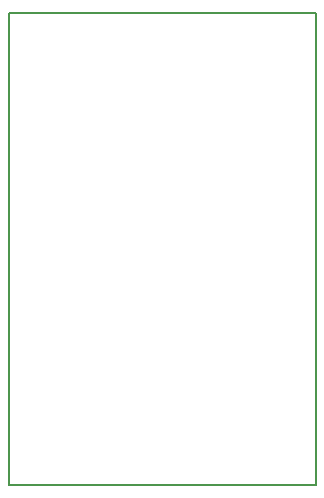
<source format=gbr>
G04 #@! TF.FileFunction,Profile,NP*
%FSLAX46Y46*%
G04 Gerber Fmt 4.6, Leading zero omitted, Abs format (unit mm)*
G04 Created by KiCad (PCBNEW 4.0.2-stable) date Fri May 27 18:17:46 2016*
%MOMM*%
G01*
G04 APERTURE LIST*
%ADD10C,0.100000*%
%ADD11C,0.150000*%
G04 APERTURE END LIST*
D10*
D11*
X52000000Y-59000000D02*
X52000000Y-19000000D01*
X78000000Y-59000000D02*
X52000000Y-59000000D01*
X78000000Y-19000000D02*
X78000000Y-59000000D01*
X52000000Y-19000000D02*
X78000000Y-19000000D01*
M02*

</source>
